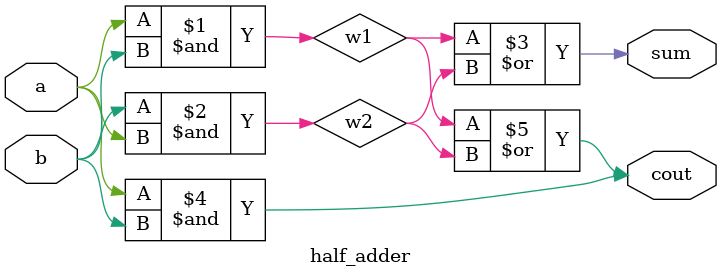
<source format=v>
module half_adder( 
input a, b,
output cout, sum );

and a1(w1, a, b);
and a2(w2, b, a);
or o1(sum, w1, w2);
and a3(cout, a, b);
or o2(cout, w1, w2);
endmodule

</source>
